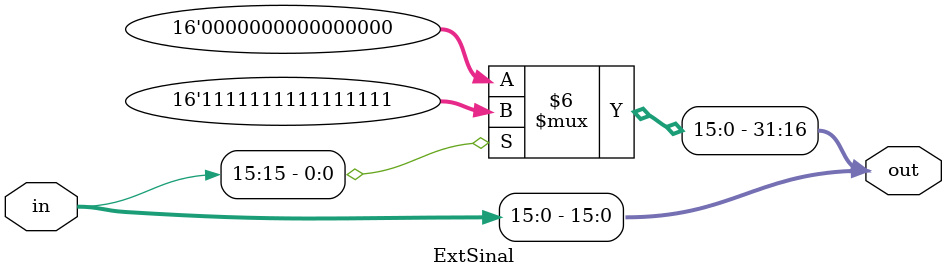
<source format=v>

module ExtSinal( input [15:0]in, output reg[31:0]out);
    always@(*) begin
        if(in[15]==1)
        begin
            out[31:16]=16'd65535;
            out[15:0]=in;
        end
        else
        begin
            out[31:16]=16'd0;
            out[15:0]=in;
        end
    end
endmodule 
</source>
